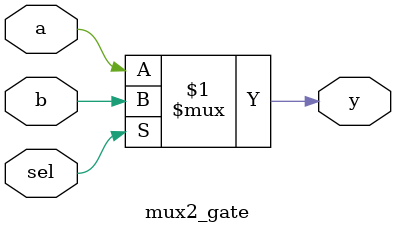
<source format=v>
module mux2_gate
(
    input  a,
    input  b,
    input  sel,
    output y
);

assign y = sel ? b : a;

endmodule

</source>
